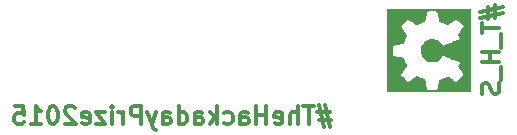
<source format=gbo>
G04 #@! TF.FileFunction,Legend,Bot*
%FSLAX46Y46*%
G04 Gerber Fmt 4.6, Leading zero omitted, Abs format (unit mm)*
G04 Created by KiCad (PCBNEW 0.201507042246+5884~23~ubuntu15.04.1-product) date Mon 06 Jul 2015 21:28:29 BST*
%MOMM*%
G01*
G04 APERTURE LIST*
%ADD10C,0.150000*%
%ADD11C,0.300000*%
%ADD12C,0.002540*%
G04 APERTURE END LIST*
D10*
D11*
X184553142Y-142807571D02*
X183481713Y-142807571D01*
X184124570Y-142164714D02*
X184553142Y-144093286D01*
X183624570Y-143450429D02*
X184695999Y-143450429D01*
X184053142Y-144093286D02*
X183624570Y-142164714D01*
X183195999Y-142307571D02*
X182338856Y-142307571D01*
X182767427Y-143807571D02*
X182767427Y-142307571D01*
X181838856Y-143807571D02*
X181838856Y-142307571D01*
X181195999Y-143807571D02*
X181195999Y-143021857D01*
X181267428Y-142879000D01*
X181410285Y-142807571D01*
X181624570Y-142807571D01*
X181767428Y-142879000D01*
X181838856Y-142950429D01*
X179910285Y-143736143D02*
X180053142Y-143807571D01*
X180338856Y-143807571D01*
X180481713Y-143736143D01*
X180553142Y-143593286D01*
X180553142Y-143021857D01*
X180481713Y-142879000D01*
X180338856Y-142807571D01*
X180053142Y-142807571D01*
X179910285Y-142879000D01*
X179838856Y-143021857D01*
X179838856Y-143164714D01*
X180553142Y-143307571D01*
X179195999Y-143807571D02*
X179195999Y-142307571D01*
X179195999Y-143021857D02*
X178338856Y-143021857D01*
X178338856Y-143807571D02*
X178338856Y-142307571D01*
X176981713Y-143807571D02*
X176981713Y-143021857D01*
X177053142Y-142879000D01*
X177195999Y-142807571D01*
X177481713Y-142807571D01*
X177624570Y-142879000D01*
X176981713Y-143736143D02*
X177124570Y-143807571D01*
X177481713Y-143807571D01*
X177624570Y-143736143D01*
X177695999Y-143593286D01*
X177695999Y-143450429D01*
X177624570Y-143307571D01*
X177481713Y-143236143D01*
X177124570Y-143236143D01*
X176981713Y-143164714D01*
X175624570Y-143736143D02*
X175767427Y-143807571D01*
X176053141Y-143807571D01*
X176195999Y-143736143D01*
X176267427Y-143664714D01*
X176338856Y-143521857D01*
X176338856Y-143093286D01*
X176267427Y-142950429D01*
X176195999Y-142879000D01*
X176053141Y-142807571D01*
X175767427Y-142807571D01*
X175624570Y-142879000D01*
X174981713Y-143807571D02*
X174981713Y-142307571D01*
X174838856Y-143236143D02*
X174410285Y-143807571D01*
X174410285Y-142807571D02*
X174981713Y-143379000D01*
X173124570Y-143807571D02*
X173124570Y-143021857D01*
X173195999Y-142879000D01*
X173338856Y-142807571D01*
X173624570Y-142807571D01*
X173767427Y-142879000D01*
X173124570Y-143736143D02*
X173267427Y-143807571D01*
X173624570Y-143807571D01*
X173767427Y-143736143D01*
X173838856Y-143593286D01*
X173838856Y-143450429D01*
X173767427Y-143307571D01*
X173624570Y-143236143D01*
X173267427Y-143236143D01*
X173124570Y-143164714D01*
X171767427Y-143807571D02*
X171767427Y-142307571D01*
X171767427Y-143736143D02*
X171910284Y-143807571D01*
X172195998Y-143807571D01*
X172338856Y-143736143D01*
X172410284Y-143664714D01*
X172481713Y-143521857D01*
X172481713Y-143093286D01*
X172410284Y-142950429D01*
X172338856Y-142879000D01*
X172195998Y-142807571D01*
X171910284Y-142807571D01*
X171767427Y-142879000D01*
X170410284Y-143807571D02*
X170410284Y-143021857D01*
X170481713Y-142879000D01*
X170624570Y-142807571D01*
X170910284Y-142807571D01*
X171053141Y-142879000D01*
X170410284Y-143736143D02*
X170553141Y-143807571D01*
X170910284Y-143807571D01*
X171053141Y-143736143D01*
X171124570Y-143593286D01*
X171124570Y-143450429D01*
X171053141Y-143307571D01*
X170910284Y-143236143D01*
X170553141Y-143236143D01*
X170410284Y-143164714D01*
X169838855Y-142807571D02*
X169481712Y-143807571D01*
X169124570Y-142807571D02*
X169481712Y-143807571D01*
X169624570Y-144164714D01*
X169695998Y-144236143D01*
X169838855Y-144307571D01*
X168553141Y-143807571D02*
X168553141Y-142307571D01*
X167981713Y-142307571D01*
X167838855Y-142379000D01*
X167767427Y-142450429D01*
X167695998Y-142593286D01*
X167695998Y-142807571D01*
X167767427Y-142950429D01*
X167838855Y-143021857D01*
X167981713Y-143093286D01*
X168553141Y-143093286D01*
X167053141Y-143807571D02*
X167053141Y-142807571D01*
X167053141Y-143093286D02*
X166981713Y-142950429D01*
X166910284Y-142879000D01*
X166767427Y-142807571D01*
X166624570Y-142807571D01*
X166124570Y-143807571D02*
X166124570Y-142807571D01*
X166124570Y-142307571D02*
X166195999Y-142379000D01*
X166124570Y-142450429D01*
X166053142Y-142379000D01*
X166124570Y-142307571D01*
X166124570Y-142450429D01*
X165553141Y-142807571D02*
X164767427Y-142807571D01*
X165553141Y-143807571D01*
X164767427Y-143807571D01*
X163624570Y-143736143D02*
X163767427Y-143807571D01*
X164053141Y-143807571D01*
X164195998Y-143736143D01*
X164267427Y-143593286D01*
X164267427Y-143021857D01*
X164195998Y-142879000D01*
X164053141Y-142807571D01*
X163767427Y-142807571D01*
X163624570Y-142879000D01*
X163553141Y-143021857D01*
X163553141Y-143164714D01*
X164267427Y-143307571D01*
X162981713Y-142450429D02*
X162910284Y-142379000D01*
X162767427Y-142307571D01*
X162410284Y-142307571D01*
X162267427Y-142379000D01*
X162195998Y-142450429D01*
X162124570Y-142593286D01*
X162124570Y-142736143D01*
X162195998Y-142950429D01*
X163053141Y-143807571D01*
X162124570Y-143807571D01*
X161195999Y-142307571D02*
X161053142Y-142307571D01*
X160910285Y-142379000D01*
X160838856Y-142450429D01*
X160767427Y-142593286D01*
X160695999Y-142879000D01*
X160695999Y-143236143D01*
X160767427Y-143521857D01*
X160838856Y-143664714D01*
X160910285Y-143736143D01*
X161053142Y-143807571D01*
X161195999Y-143807571D01*
X161338856Y-143736143D01*
X161410285Y-143664714D01*
X161481713Y-143521857D01*
X161553142Y-143236143D01*
X161553142Y-142879000D01*
X161481713Y-142593286D01*
X161410285Y-142450429D01*
X161338856Y-142379000D01*
X161195999Y-142307571D01*
X159267428Y-143807571D02*
X160124571Y-143807571D01*
X159695999Y-143807571D02*
X159695999Y-142307571D01*
X159838856Y-142521857D01*
X159981714Y-142664714D01*
X160124571Y-142736143D01*
X157910285Y-142307571D02*
X158624571Y-142307571D01*
X158696000Y-143021857D01*
X158624571Y-142950429D01*
X158481714Y-142879000D01*
X158124571Y-142879000D01*
X157981714Y-142950429D01*
X157910285Y-143021857D01*
X157838857Y-143164714D01*
X157838857Y-143521857D01*
X157910285Y-143664714D01*
X157981714Y-143736143D01*
X158124571Y-143807571D01*
X158481714Y-143807571D01*
X158624571Y-143736143D01*
X158696000Y-143664714D01*
X197925571Y-133862429D02*
X197925571Y-134933858D01*
X197282714Y-134291001D02*
X199211286Y-133862429D01*
X198568429Y-134791001D02*
X198568429Y-133719572D01*
X199211286Y-134362429D02*
X197282714Y-134791001D01*
X197425571Y-135219572D02*
X197425571Y-136076715D01*
X198925571Y-135648144D02*
X197425571Y-135648144D01*
X199068429Y-136219572D02*
X199068429Y-137362429D01*
X198925571Y-137719572D02*
X197425571Y-137719572D01*
X198139857Y-137719572D02*
X198139857Y-138576715D01*
X198925571Y-138576715D02*
X197425571Y-138576715D01*
X199068429Y-138933858D02*
X199068429Y-140076715D01*
X198854143Y-140362429D02*
X198925571Y-140576715D01*
X198925571Y-140933858D01*
X198854143Y-141076715D01*
X198782714Y-141148144D01*
X198639857Y-141219572D01*
X198497000Y-141219572D01*
X198354143Y-141148144D01*
X198282714Y-141076715D01*
X198211286Y-140933858D01*
X198139857Y-140648144D01*
X198068429Y-140505286D01*
X197997000Y-140433858D01*
X197854143Y-140362429D01*
X197711286Y-140362429D01*
X197568429Y-140433858D01*
X197497000Y-140505286D01*
X197425571Y-140648144D01*
X197425571Y-141005286D01*
X197497000Y-141219572D01*
D12*
G36*
X196413120Y-141041120D02*
X196413120Y-140931900D01*
X193344800Y-140931900D01*
X193207640Y-140931900D01*
X193062860Y-140931900D01*
X192951100Y-140931900D01*
X192867280Y-140929360D01*
X192808860Y-140926820D01*
X192770760Y-140921740D01*
X192747900Y-140916660D01*
X192740280Y-140909040D01*
X192735200Y-140883640D01*
X192722500Y-140830300D01*
X192707260Y-140751560D01*
X192686940Y-140652500D01*
X192666620Y-140540740D01*
X192653920Y-140467080D01*
X192631060Y-140350240D01*
X192610740Y-140243560D01*
X192592960Y-140154660D01*
X192577720Y-140088620D01*
X192570100Y-140050520D01*
X192565020Y-140040360D01*
X192544700Y-140030200D01*
X192496440Y-140007340D01*
X192427860Y-139976860D01*
X192346580Y-139941300D01*
X192257680Y-139903200D01*
X192166240Y-139865100D01*
X192079880Y-139829540D01*
X192006220Y-139799060D01*
X191950340Y-139778740D01*
X191917320Y-139766040D01*
X191914780Y-139766040D01*
X191889380Y-139776200D01*
X191841120Y-139801600D01*
X191780160Y-139842240D01*
X191721740Y-139880340D01*
X191564260Y-139992100D01*
X191432180Y-140081000D01*
X191328040Y-140149580D01*
X191249300Y-140200380D01*
X191193420Y-140233400D01*
X191160400Y-140248640D01*
X191155320Y-140251180D01*
X191135000Y-140238480D01*
X191094360Y-140205460D01*
X191038480Y-140154660D01*
X190969900Y-140088620D01*
X190893700Y-140017500D01*
X190814960Y-139938760D01*
X190736220Y-139860020D01*
X190662560Y-139786360D01*
X190599060Y-139720320D01*
X190548260Y-139666980D01*
X190517780Y-139628880D01*
X190507620Y-139613640D01*
X190517780Y-139593320D01*
X190545720Y-139547600D01*
X190586360Y-139481560D01*
X190642240Y-139400280D01*
X190705740Y-139303760D01*
X190759080Y-139227560D01*
X190827660Y-139123420D01*
X190891160Y-139031980D01*
X190941960Y-138953240D01*
X190980060Y-138892280D01*
X191002920Y-138851640D01*
X191010540Y-138838940D01*
X191002920Y-138813540D01*
X190985140Y-138760200D01*
X190957200Y-138689080D01*
X190921640Y-138605260D01*
X190886080Y-138513820D01*
X190845440Y-138424920D01*
X190809880Y-138343640D01*
X190776860Y-138275060D01*
X190754000Y-138226800D01*
X190738760Y-138203940D01*
X190738760Y-138203940D01*
X190713360Y-138196320D01*
X190660020Y-138183620D01*
X190581280Y-138168380D01*
X190482220Y-138148060D01*
X190370460Y-138127740D01*
X190309500Y-138115040D01*
X190192660Y-138094720D01*
X190083440Y-138071860D01*
X189992000Y-138054080D01*
X189920880Y-138038840D01*
X189875160Y-138028680D01*
X189865000Y-138026140D01*
X189852300Y-138018520D01*
X189844680Y-138010900D01*
X189837060Y-137993120D01*
X189831980Y-137965180D01*
X189829440Y-137922000D01*
X189826900Y-137858500D01*
X189826900Y-137769600D01*
X189824360Y-137652760D01*
X189824360Y-137561320D01*
X189826900Y-137431780D01*
X189826900Y-137317480D01*
X189831980Y-137223500D01*
X189834520Y-137152380D01*
X189839600Y-137111740D01*
X189842140Y-137101580D01*
X189862460Y-137096500D01*
X189915800Y-137083800D01*
X189992000Y-137068560D01*
X190091060Y-137048240D01*
X190202820Y-137027920D01*
X190296800Y-137010140D01*
X190416180Y-136987280D01*
X190527940Y-136964420D01*
X190621920Y-136944100D01*
X190693040Y-136926320D01*
X190738760Y-136913620D01*
X190751460Y-136906000D01*
X190769240Y-136880600D01*
X190792100Y-136829800D01*
X190822580Y-136758680D01*
X190858140Y-136674860D01*
X190893700Y-136583420D01*
X190929260Y-136494520D01*
X190962280Y-136410700D01*
X190985140Y-136339580D01*
X191000380Y-136288780D01*
X191005460Y-136265920D01*
X190992760Y-136245600D01*
X190962280Y-136197340D01*
X190919100Y-136131300D01*
X190863220Y-136047480D01*
X190799720Y-135950960D01*
X190751460Y-135884920D01*
X190682880Y-135783320D01*
X190621920Y-135694420D01*
X190571120Y-135615680D01*
X190533020Y-135554720D01*
X190512700Y-135519160D01*
X190507620Y-135509000D01*
X190520320Y-135488680D01*
X190553340Y-135448040D01*
X190606680Y-135392160D01*
X190675260Y-135321040D01*
X190756540Y-135237220D01*
X190820040Y-135173720D01*
X190924180Y-135069580D01*
X191008000Y-134988300D01*
X191071500Y-134929880D01*
X191117220Y-134894320D01*
X191147700Y-134874000D01*
X191165480Y-134871460D01*
X191188340Y-134884160D01*
X191236600Y-134912100D01*
X191307720Y-134957820D01*
X191391540Y-135013700D01*
X191485520Y-135077200D01*
X191541400Y-135115300D01*
X191640460Y-135181340D01*
X191731900Y-135242300D01*
X191810640Y-135293100D01*
X191869060Y-135328660D01*
X191907160Y-135348980D01*
X191917320Y-135351520D01*
X191942720Y-135343900D01*
X191993520Y-135326120D01*
X192064640Y-135298180D01*
X192148460Y-135262620D01*
X192239900Y-135227060D01*
X192331340Y-135188960D01*
X192412620Y-135150860D01*
X192483740Y-135120380D01*
X192534540Y-135094980D01*
X192559940Y-135082280D01*
X192559940Y-135082280D01*
X192567560Y-135059420D01*
X192580260Y-135008620D01*
X192598040Y-134932420D01*
X192618360Y-134835900D01*
X192638680Y-134724140D01*
X192653920Y-134650480D01*
X192676780Y-134531100D01*
X192697100Y-134424420D01*
X192714880Y-134332980D01*
X192727580Y-134261860D01*
X192737740Y-134218680D01*
X192740280Y-134208520D01*
X192760600Y-134200900D01*
X192811400Y-134193280D01*
X192885060Y-134190740D01*
X192976500Y-134185660D01*
X193083180Y-134183120D01*
X193192400Y-134183120D01*
X193304160Y-134183120D01*
X193410840Y-134183120D01*
X193504820Y-134188200D01*
X193583560Y-134193280D01*
X193636900Y-134198360D01*
X193662300Y-134205980D01*
X193662300Y-134205980D01*
X193669920Y-134231380D01*
X193682620Y-134284720D01*
X193700400Y-134360920D01*
X193720720Y-134459980D01*
X193741040Y-134571740D01*
X193753740Y-134632700D01*
X193774060Y-134747000D01*
X193796920Y-134853680D01*
X193817240Y-134942580D01*
X193832480Y-135008620D01*
X193845180Y-135049260D01*
X193850260Y-135056880D01*
X193873120Y-135069580D01*
X193923920Y-135092440D01*
X193995040Y-135122920D01*
X194078860Y-135161020D01*
X194172840Y-135196580D01*
X194266820Y-135234680D01*
X194355720Y-135270240D01*
X194431920Y-135300720D01*
X194492880Y-135321040D01*
X194528440Y-135331200D01*
X194533520Y-135333740D01*
X194553840Y-135323580D01*
X194599560Y-135295640D01*
X194665600Y-135252460D01*
X194746880Y-135199120D01*
X194840860Y-135135620D01*
X194891660Y-135100060D01*
X194990720Y-135031480D01*
X195079620Y-134973060D01*
X195158360Y-134924800D01*
X195216780Y-134889240D01*
X195252340Y-134868920D01*
X195262500Y-134866380D01*
X195280280Y-134879080D01*
X195320920Y-134912100D01*
X195376800Y-134962900D01*
X195445380Y-135026400D01*
X195521580Y-135100060D01*
X195600320Y-135176260D01*
X195679060Y-135255000D01*
X195752720Y-135328660D01*
X195816220Y-135394700D01*
X195867020Y-135448040D01*
X195900040Y-135483600D01*
X195910200Y-135501380D01*
X195900040Y-135519160D01*
X195874640Y-135562340D01*
X195831460Y-135625840D01*
X195778120Y-135707120D01*
X195714620Y-135798560D01*
X195676520Y-135854440D01*
X195610480Y-135953500D01*
X195552060Y-136042400D01*
X195501260Y-136118600D01*
X195465700Y-136177020D01*
X195445380Y-136212580D01*
X195442840Y-136220200D01*
X195450460Y-136245600D01*
X195473320Y-136293860D01*
X195503800Y-136357360D01*
X195526660Y-136400540D01*
X195564760Y-136476740D01*
X195587620Y-136527540D01*
X195587620Y-136565640D01*
X195564760Y-136593580D01*
X195516500Y-136618980D01*
X195435220Y-136652000D01*
X195425060Y-136657080D01*
X195376800Y-136677400D01*
X195298060Y-136707880D01*
X195199000Y-136748520D01*
X195079620Y-136796780D01*
X194950080Y-136852660D01*
X194810380Y-136908540D01*
X194721480Y-136946640D01*
X194586860Y-137002520D01*
X194459860Y-137053320D01*
X194350640Y-137096500D01*
X194256660Y-137134600D01*
X194185540Y-137162540D01*
X194139820Y-137177780D01*
X194127120Y-137182860D01*
X194104260Y-137167620D01*
X194068700Y-137132060D01*
X194025520Y-137078720D01*
X194007740Y-137055860D01*
X193883280Y-136906000D01*
X193751200Y-136791700D01*
X193611500Y-136707880D01*
X193459100Y-136654540D01*
X193288920Y-136629140D01*
X193197480Y-136626600D01*
X193014600Y-136641840D01*
X192846960Y-136690100D01*
X192692020Y-136773920D01*
X192552320Y-136888220D01*
X192511680Y-136931400D01*
X192405000Y-137076180D01*
X192328800Y-137233660D01*
X192283080Y-137398760D01*
X192270380Y-137566400D01*
X192285620Y-137736580D01*
X192333880Y-137899140D01*
X192410080Y-138054080D01*
X192519300Y-138193780D01*
X192565020Y-138242040D01*
X192709800Y-138356340D01*
X192862200Y-138435080D01*
X193027300Y-138483340D01*
X193207640Y-138498580D01*
X193210180Y-138498580D01*
X193390520Y-138480800D01*
X193560700Y-138432540D01*
X193715640Y-138351260D01*
X193857880Y-138234420D01*
X193989960Y-138087100D01*
X194020440Y-138046460D01*
X194061080Y-137993120D01*
X194096640Y-137955020D01*
X194122040Y-137937240D01*
X194124580Y-137934700D01*
X194149980Y-137942320D01*
X194200780Y-137960100D01*
X194269360Y-137988040D01*
X194350640Y-138021060D01*
X194360800Y-138023600D01*
X194434460Y-138054080D01*
X194533520Y-138097260D01*
X194652900Y-138145520D01*
X194784980Y-138201400D01*
X194924680Y-138259820D01*
X195064380Y-138315700D01*
X195074540Y-138320780D01*
X195201540Y-138374120D01*
X195315840Y-138422380D01*
X195417440Y-138465560D01*
X195498720Y-138501120D01*
X195557140Y-138526520D01*
X195590160Y-138541760D01*
X195592700Y-138544300D01*
X195592700Y-138567160D01*
X195574920Y-138612880D01*
X195546980Y-138678920D01*
X195526660Y-138719560D01*
X195491100Y-138790680D01*
X195463160Y-138849100D01*
X195445380Y-138889740D01*
X195442840Y-138902440D01*
X195453000Y-138922760D01*
X195480940Y-138968480D01*
X195521580Y-139034520D01*
X195574920Y-139115800D01*
X195638420Y-139207240D01*
X195656200Y-139235180D01*
X195722240Y-139329160D01*
X195780660Y-139418060D01*
X195831460Y-139491720D01*
X195867020Y-139547600D01*
X195889880Y-139580620D01*
X195892420Y-139585700D01*
X195897500Y-139600940D01*
X195894960Y-139616180D01*
X195884800Y-139636500D01*
X195864480Y-139666980D01*
X195826380Y-139707620D01*
X195773040Y-139766040D01*
X195699380Y-139839700D01*
X195602860Y-139938760D01*
X195602860Y-139938760D01*
X195508880Y-140030200D01*
X195425060Y-140111480D01*
X195356480Y-140174980D01*
X195300600Y-140223240D01*
X195267580Y-140246100D01*
X195259960Y-140251180D01*
X195234560Y-140241020D01*
X195186300Y-140213080D01*
X195117720Y-140172440D01*
X195033900Y-140116560D01*
X194939920Y-140053060D01*
X194886580Y-140017500D01*
X194790060Y-139951460D01*
X194701160Y-139893040D01*
X194627500Y-139842240D01*
X194571620Y-139806680D01*
X194538600Y-139786360D01*
X194533520Y-139783820D01*
X194510660Y-139791440D01*
X194459860Y-139809220D01*
X194391280Y-139837160D01*
X194307460Y-139867640D01*
X194216020Y-139905740D01*
X194124580Y-139943840D01*
X194035680Y-139979400D01*
X193956940Y-140012420D01*
X193898520Y-140037820D01*
X193862960Y-140055600D01*
X193857880Y-140058140D01*
X193845180Y-140073380D01*
X193835020Y-140106400D01*
X193819780Y-140157200D01*
X193802000Y-140230860D01*
X193781680Y-140327380D01*
X193758820Y-140454380D01*
X193728340Y-140611860D01*
X193710560Y-140708380D01*
X193697860Y-140784580D01*
X193685160Y-140848080D01*
X193675000Y-140891260D01*
X193672460Y-140901420D01*
X193667380Y-140911580D01*
X193657220Y-140919200D01*
X193631820Y-140924280D01*
X193593720Y-140926820D01*
X193535300Y-140929360D01*
X193454020Y-140931900D01*
X193344800Y-140931900D01*
X196413120Y-140931900D01*
X196413120Y-137541000D01*
X196413120Y-134040880D01*
X192913000Y-134040880D01*
X189412880Y-134040880D01*
X189412880Y-137541000D01*
X189412880Y-141041120D01*
X192913000Y-141041120D01*
X196413120Y-141041120D01*
X196413120Y-141041120D01*
X196413120Y-141041120D01*
G37*
X196413120Y-141041120D02*
X196413120Y-140931900D01*
X193344800Y-140931900D01*
X193207640Y-140931900D01*
X193062860Y-140931900D01*
X192951100Y-140931900D01*
X192867280Y-140929360D01*
X192808860Y-140926820D01*
X192770760Y-140921740D01*
X192747900Y-140916660D01*
X192740280Y-140909040D01*
X192735200Y-140883640D01*
X192722500Y-140830300D01*
X192707260Y-140751560D01*
X192686940Y-140652500D01*
X192666620Y-140540740D01*
X192653920Y-140467080D01*
X192631060Y-140350240D01*
X192610740Y-140243560D01*
X192592960Y-140154660D01*
X192577720Y-140088620D01*
X192570100Y-140050520D01*
X192565020Y-140040360D01*
X192544700Y-140030200D01*
X192496440Y-140007340D01*
X192427860Y-139976860D01*
X192346580Y-139941300D01*
X192257680Y-139903200D01*
X192166240Y-139865100D01*
X192079880Y-139829540D01*
X192006220Y-139799060D01*
X191950340Y-139778740D01*
X191917320Y-139766040D01*
X191914780Y-139766040D01*
X191889380Y-139776200D01*
X191841120Y-139801600D01*
X191780160Y-139842240D01*
X191721740Y-139880340D01*
X191564260Y-139992100D01*
X191432180Y-140081000D01*
X191328040Y-140149580D01*
X191249300Y-140200380D01*
X191193420Y-140233400D01*
X191160400Y-140248640D01*
X191155320Y-140251180D01*
X191135000Y-140238480D01*
X191094360Y-140205460D01*
X191038480Y-140154660D01*
X190969900Y-140088620D01*
X190893700Y-140017500D01*
X190814960Y-139938760D01*
X190736220Y-139860020D01*
X190662560Y-139786360D01*
X190599060Y-139720320D01*
X190548260Y-139666980D01*
X190517780Y-139628880D01*
X190507620Y-139613640D01*
X190517780Y-139593320D01*
X190545720Y-139547600D01*
X190586360Y-139481560D01*
X190642240Y-139400280D01*
X190705740Y-139303760D01*
X190759080Y-139227560D01*
X190827660Y-139123420D01*
X190891160Y-139031980D01*
X190941960Y-138953240D01*
X190980060Y-138892280D01*
X191002920Y-138851640D01*
X191010540Y-138838940D01*
X191002920Y-138813540D01*
X190985140Y-138760200D01*
X190957200Y-138689080D01*
X190921640Y-138605260D01*
X190886080Y-138513820D01*
X190845440Y-138424920D01*
X190809880Y-138343640D01*
X190776860Y-138275060D01*
X190754000Y-138226800D01*
X190738760Y-138203940D01*
X190738760Y-138203940D01*
X190713360Y-138196320D01*
X190660020Y-138183620D01*
X190581280Y-138168380D01*
X190482220Y-138148060D01*
X190370460Y-138127740D01*
X190309500Y-138115040D01*
X190192660Y-138094720D01*
X190083440Y-138071860D01*
X189992000Y-138054080D01*
X189920880Y-138038840D01*
X189875160Y-138028680D01*
X189865000Y-138026140D01*
X189852300Y-138018520D01*
X189844680Y-138010900D01*
X189837060Y-137993120D01*
X189831980Y-137965180D01*
X189829440Y-137922000D01*
X189826900Y-137858500D01*
X189826900Y-137769600D01*
X189824360Y-137652760D01*
X189824360Y-137561320D01*
X189826900Y-137431780D01*
X189826900Y-137317480D01*
X189831980Y-137223500D01*
X189834520Y-137152380D01*
X189839600Y-137111740D01*
X189842140Y-137101580D01*
X189862460Y-137096500D01*
X189915800Y-137083800D01*
X189992000Y-137068560D01*
X190091060Y-137048240D01*
X190202820Y-137027920D01*
X190296800Y-137010140D01*
X190416180Y-136987280D01*
X190527940Y-136964420D01*
X190621920Y-136944100D01*
X190693040Y-136926320D01*
X190738760Y-136913620D01*
X190751460Y-136906000D01*
X190769240Y-136880600D01*
X190792100Y-136829800D01*
X190822580Y-136758680D01*
X190858140Y-136674860D01*
X190893700Y-136583420D01*
X190929260Y-136494520D01*
X190962280Y-136410700D01*
X190985140Y-136339580D01*
X191000380Y-136288780D01*
X191005460Y-136265920D01*
X190992760Y-136245600D01*
X190962280Y-136197340D01*
X190919100Y-136131300D01*
X190863220Y-136047480D01*
X190799720Y-135950960D01*
X190751460Y-135884920D01*
X190682880Y-135783320D01*
X190621920Y-135694420D01*
X190571120Y-135615680D01*
X190533020Y-135554720D01*
X190512700Y-135519160D01*
X190507620Y-135509000D01*
X190520320Y-135488680D01*
X190553340Y-135448040D01*
X190606680Y-135392160D01*
X190675260Y-135321040D01*
X190756540Y-135237220D01*
X190820040Y-135173720D01*
X190924180Y-135069580D01*
X191008000Y-134988300D01*
X191071500Y-134929880D01*
X191117220Y-134894320D01*
X191147700Y-134874000D01*
X191165480Y-134871460D01*
X191188340Y-134884160D01*
X191236600Y-134912100D01*
X191307720Y-134957820D01*
X191391540Y-135013700D01*
X191485520Y-135077200D01*
X191541400Y-135115300D01*
X191640460Y-135181340D01*
X191731900Y-135242300D01*
X191810640Y-135293100D01*
X191869060Y-135328660D01*
X191907160Y-135348980D01*
X191917320Y-135351520D01*
X191942720Y-135343900D01*
X191993520Y-135326120D01*
X192064640Y-135298180D01*
X192148460Y-135262620D01*
X192239900Y-135227060D01*
X192331340Y-135188960D01*
X192412620Y-135150860D01*
X192483740Y-135120380D01*
X192534540Y-135094980D01*
X192559940Y-135082280D01*
X192559940Y-135082280D01*
X192567560Y-135059420D01*
X192580260Y-135008620D01*
X192598040Y-134932420D01*
X192618360Y-134835900D01*
X192638680Y-134724140D01*
X192653920Y-134650480D01*
X192676780Y-134531100D01*
X192697100Y-134424420D01*
X192714880Y-134332980D01*
X192727580Y-134261860D01*
X192737740Y-134218680D01*
X192740280Y-134208520D01*
X192760600Y-134200900D01*
X192811400Y-134193280D01*
X192885060Y-134190740D01*
X192976500Y-134185660D01*
X193083180Y-134183120D01*
X193192400Y-134183120D01*
X193304160Y-134183120D01*
X193410840Y-134183120D01*
X193504820Y-134188200D01*
X193583560Y-134193280D01*
X193636900Y-134198360D01*
X193662300Y-134205980D01*
X193662300Y-134205980D01*
X193669920Y-134231380D01*
X193682620Y-134284720D01*
X193700400Y-134360920D01*
X193720720Y-134459980D01*
X193741040Y-134571740D01*
X193753740Y-134632700D01*
X193774060Y-134747000D01*
X193796920Y-134853680D01*
X193817240Y-134942580D01*
X193832480Y-135008620D01*
X193845180Y-135049260D01*
X193850260Y-135056880D01*
X193873120Y-135069580D01*
X193923920Y-135092440D01*
X193995040Y-135122920D01*
X194078860Y-135161020D01*
X194172840Y-135196580D01*
X194266820Y-135234680D01*
X194355720Y-135270240D01*
X194431920Y-135300720D01*
X194492880Y-135321040D01*
X194528440Y-135331200D01*
X194533520Y-135333740D01*
X194553840Y-135323580D01*
X194599560Y-135295640D01*
X194665600Y-135252460D01*
X194746880Y-135199120D01*
X194840860Y-135135620D01*
X194891660Y-135100060D01*
X194990720Y-135031480D01*
X195079620Y-134973060D01*
X195158360Y-134924800D01*
X195216780Y-134889240D01*
X195252340Y-134868920D01*
X195262500Y-134866380D01*
X195280280Y-134879080D01*
X195320920Y-134912100D01*
X195376800Y-134962900D01*
X195445380Y-135026400D01*
X195521580Y-135100060D01*
X195600320Y-135176260D01*
X195679060Y-135255000D01*
X195752720Y-135328660D01*
X195816220Y-135394700D01*
X195867020Y-135448040D01*
X195900040Y-135483600D01*
X195910200Y-135501380D01*
X195900040Y-135519160D01*
X195874640Y-135562340D01*
X195831460Y-135625840D01*
X195778120Y-135707120D01*
X195714620Y-135798560D01*
X195676520Y-135854440D01*
X195610480Y-135953500D01*
X195552060Y-136042400D01*
X195501260Y-136118600D01*
X195465700Y-136177020D01*
X195445380Y-136212580D01*
X195442840Y-136220200D01*
X195450460Y-136245600D01*
X195473320Y-136293860D01*
X195503800Y-136357360D01*
X195526660Y-136400540D01*
X195564760Y-136476740D01*
X195587620Y-136527540D01*
X195587620Y-136565640D01*
X195564760Y-136593580D01*
X195516500Y-136618980D01*
X195435220Y-136652000D01*
X195425060Y-136657080D01*
X195376800Y-136677400D01*
X195298060Y-136707880D01*
X195199000Y-136748520D01*
X195079620Y-136796780D01*
X194950080Y-136852660D01*
X194810380Y-136908540D01*
X194721480Y-136946640D01*
X194586860Y-137002520D01*
X194459860Y-137053320D01*
X194350640Y-137096500D01*
X194256660Y-137134600D01*
X194185540Y-137162540D01*
X194139820Y-137177780D01*
X194127120Y-137182860D01*
X194104260Y-137167620D01*
X194068700Y-137132060D01*
X194025520Y-137078720D01*
X194007740Y-137055860D01*
X193883280Y-136906000D01*
X193751200Y-136791700D01*
X193611500Y-136707880D01*
X193459100Y-136654540D01*
X193288920Y-136629140D01*
X193197480Y-136626600D01*
X193014600Y-136641840D01*
X192846960Y-136690100D01*
X192692020Y-136773920D01*
X192552320Y-136888220D01*
X192511680Y-136931400D01*
X192405000Y-137076180D01*
X192328800Y-137233660D01*
X192283080Y-137398760D01*
X192270380Y-137566400D01*
X192285620Y-137736580D01*
X192333880Y-137899140D01*
X192410080Y-138054080D01*
X192519300Y-138193780D01*
X192565020Y-138242040D01*
X192709800Y-138356340D01*
X192862200Y-138435080D01*
X193027300Y-138483340D01*
X193207640Y-138498580D01*
X193210180Y-138498580D01*
X193390520Y-138480800D01*
X193560700Y-138432540D01*
X193715640Y-138351260D01*
X193857880Y-138234420D01*
X193989960Y-138087100D01*
X194020440Y-138046460D01*
X194061080Y-137993120D01*
X194096640Y-137955020D01*
X194122040Y-137937240D01*
X194124580Y-137934700D01*
X194149980Y-137942320D01*
X194200780Y-137960100D01*
X194269360Y-137988040D01*
X194350640Y-138021060D01*
X194360800Y-138023600D01*
X194434460Y-138054080D01*
X194533520Y-138097260D01*
X194652900Y-138145520D01*
X194784980Y-138201400D01*
X194924680Y-138259820D01*
X195064380Y-138315700D01*
X195074540Y-138320780D01*
X195201540Y-138374120D01*
X195315840Y-138422380D01*
X195417440Y-138465560D01*
X195498720Y-138501120D01*
X195557140Y-138526520D01*
X195590160Y-138541760D01*
X195592700Y-138544300D01*
X195592700Y-138567160D01*
X195574920Y-138612880D01*
X195546980Y-138678920D01*
X195526660Y-138719560D01*
X195491100Y-138790680D01*
X195463160Y-138849100D01*
X195445380Y-138889740D01*
X195442840Y-138902440D01*
X195453000Y-138922760D01*
X195480940Y-138968480D01*
X195521580Y-139034520D01*
X195574920Y-139115800D01*
X195638420Y-139207240D01*
X195656200Y-139235180D01*
X195722240Y-139329160D01*
X195780660Y-139418060D01*
X195831460Y-139491720D01*
X195867020Y-139547600D01*
X195889880Y-139580620D01*
X195892420Y-139585700D01*
X195897500Y-139600940D01*
X195894960Y-139616180D01*
X195884800Y-139636500D01*
X195864480Y-139666980D01*
X195826380Y-139707620D01*
X195773040Y-139766040D01*
X195699380Y-139839700D01*
X195602860Y-139938760D01*
X195602860Y-139938760D01*
X195508880Y-140030200D01*
X195425060Y-140111480D01*
X195356480Y-140174980D01*
X195300600Y-140223240D01*
X195267580Y-140246100D01*
X195259960Y-140251180D01*
X195234560Y-140241020D01*
X195186300Y-140213080D01*
X195117720Y-140172440D01*
X195033900Y-140116560D01*
X194939920Y-140053060D01*
X194886580Y-140017500D01*
X194790060Y-139951460D01*
X194701160Y-139893040D01*
X194627500Y-139842240D01*
X194571620Y-139806680D01*
X194538600Y-139786360D01*
X194533520Y-139783820D01*
X194510660Y-139791440D01*
X194459860Y-139809220D01*
X194391280Y-139837160D01*
X194307460Y-139867640D01*
X194216020Y-139905740D01*
X194124580Y-139943840D01*
X194035680Y-139979400D01*
X193956940Y-140012420D01*
X193898520Y-140037820D01*
X193862960Y-140055600D01*
X193857880Y-140058140D01*
X193845180Y-140073380D01*
X193835020Y-140106400D01*
X193819780Y-140157200D01*
X193802000Y-140230860D01*
X193781680Y-140327380D01*
X193758820Y-140454380D01*
X193728340Y-140611860D01*
X193710560Y-140708380D01*
X193697860Y-140784580D01*
X193685160Y-140848080D01*
X193675000Y-140891260D01*
X193672460Y-140901420D01*
X193667380Y-140911580D01*
X193657220Y-140919200D01*
X193631820Y-140924280D01*
X193593720Y-140926820D01*
X193535300Y-140929360D01*
X193454020Y-140931900D01*
X193344800Y-140931900D01*
X196413120Y-140931900D01*
X196413120Y-137541000D01*
X196413120Y-134040880D01*
X192913000Y-134040880D01*
X189412880Y-134040880D01*
X189412880Y-137541000D01*
X189412880Y-141041120D01*
X192913000Y-141041120D01*
X196413120Y-141041120D01*
X196413120Y-141041120D01*
M02*

</source>
